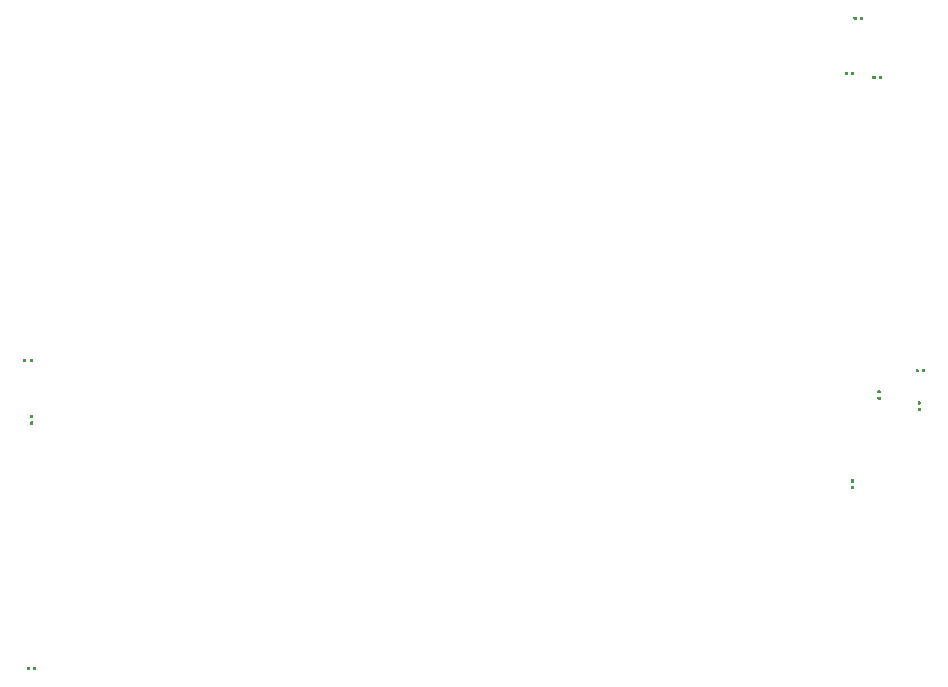
<source format=gbr>
G04 #@! TF.GenerationSoftware,KiCad,Pcbnew,5.1.0-060a0da~80~ubuntu18.04.1*
G04 #@! TF.CreationDate,2019-05-11T22:14:08+02:00*
G04 #@! TF.ProjectId,myo_shield_pcb,6d796f5f-7368-4696-956c-645f7063622e,rev?*
G04 #@! TF.SameCoordinates,Original*
G04 #@! TF.FileFunction,Paste,Bot*
G04 #@! TF.FilePolarity,Positive*
%FSLAX46Y46*%
G04 Gerber Fmt 4.6, Leading zero omitted, Abs format (unit mm)*
G04 Created by KiCad (PCBNEW 5.1.0-060a0da~80~ubuntu18.04.1) date 2019-05-11 22:14:08*
%MOMM*%
%LPD*%
G04 APERTURE LIST*
%ADD10C,0.100000*%
%ADD11C,0.270000*%
G04 APERTURE END LIST*
D10*
G36*
X190849116Y-77965325D02*
G01*
X190855669Y-77966297D01*
X190862094Y-77967907D01*
X190868331Y-77970138D01*
X190874319Y-77972970D01*
X190880001Y-77976376D01*
X190885322Y-77980322D01*
X190890230Y-77984770D01*
X190894678Y-77989678D01*
X190898624Y-77994999D01*
X190902030Y-78000681D01*
X190904862Y-78006669D01*
X190907093Y-78012906D01*
X190908703Y-78019331D01*
X190909675Y-78025884D01*
X190910000Y-78032500D01*
X190910000Y-78167500D01*
X190909675Y-78174116D01*
X190908703Y-78180669D01*
X190907093Y-78187094D01*
X190904862Y-78193331D01*
X190902030Y-78199319D01*
X190898624Y-78205001D01*
X190894678Y-78210322D01*
X190890230Y-78215230D01*
X190885322Y-78219678D01*
X190880001Y-78223624D01*
X190874319Y-78227030D01*
X190868331Y-78229862D01*
X190862094Y-78232093D01*
X190855669Y-78233703D01*
X190849116Y-78234675D01*
X190842500Y-78235000D01*
X190707500Y-78235000D01*
X190700884Y-78234675D01*
X190694331Y-78233703D01*
X190687906Y-78232093D01*
X190681669Y-78229862D01*
X190675681Y-78227030D01*
X190669999Y-78223624D01*
X190664678Y-78219678D01*
X190659770Y-78215230D01*
X190655322Y-78210322D01*
X190651376Y-78205001D01*
X190647970Y-78199319D01*
X190645138Y-78193331D01*
X190642907Y-78187094D01*
X190641297Y-78180669D01*
X190640325Y-78174116D01*
X190640000Y-78167500D01*
X190640000Y-78032500D01*
X190640325Y-78025884D01*
X190641297Y-78019331D01*
X190642907Y-78012906D01*
X190645138Y-78006669D01*
X190647970Y-78000681D01*
X190651376Y-77994999D01*
X190655322Y-77989678D01*
X190659770Y-77984770D01*
X190664678Y-77980322D01*
X190669999Y-77976376D01*
X190675681Y-77972970D01*
X190681669Y-77970138D01*
X190687906Y-77967907D01*
X190694331Y-77966297D01*
X190700884Y-77965325D01*
X190707500Y-77965000D01*
X190842500Y-77965000D01*
X190849116Y-77965325D01*
X190849116Y-77965325D01*
G37*
D11*
X190775000Y-78100000D03*
D10*
G36*
X190299116Y-77965325D02*
G01*
X190305669Y-77966297D01*
X190312094Y-77967907D01*
X190318331Y-77970138D01*
X190324319Y-77972970D01*
X190330001Y-77976376D01*
X190335322Y-77980322D01*
X190340230Y-77984770D01*
X190344678Y-77989678D01*
X190348624Y-77994999D01*
X190352030Y-78000681D01*
X190354862Y-78006669D01*
X190357093Y-78012906D01*
X190358703Y-78019331D01*
X190359675Y-78025884D01*
X190360000Y-78032500D01*
X190360000Y-78167500D01*
X190359675Y-78174116D01*
X190358703Y-78180669D01*
X190357093Y-78187094D01*
X190354862Y-78193331D01*
X190352030Y-78199319D01*
X190348624Y-78205001D01*
X190344678Y-78210322D01*
X190340230Y-78215230D01*
X190335322Y-78219678D01*
X190330001Y-78223624D01*
X190324319Y-78227030D01*
X190318331Y-78229862D01*
X190312094Y-78232093D01*
X190305669Y-78233703D01*
X190299116Y-78234675D01*
X190292500Y-78235000D01*
X190157500Y-78235000D01*
X190150884Y-78234675D01*
X190144331Y-78233703D01*
X190137906Y-78232093D01*
X190131669Y-78229862D01*
X190125681Y-78227030D01*
X190119999Y-78223624D01*
X190114678Y-78219678D01*
X190109770Y-78215230D01*
X190105322Y-78210322D01*
X190101376Y-78205001D01*
X190097970Y-78199319D01*
X190095138Y-78193331D01*
X190092907Y-78187094D01*
X190091297Y-78180669D01*
X190090325Y-78174116D01*
X190090000Y-78167500D01*
X190090000Y-78032500D01*
X190090325Y-78025884D01*
X190091297Y-78019331D01*
X190092907Y-78012906D01*
X190095138Y-78006669D01*
X190097970Y-78000681D01*
X190101376Y-77994999D01*
X190105322Y-77989678D01*
X190109770Y-77984770D01*
X190114678Y-77980322D01*
X190119999Y-77976376D01*
X190125681Y-77972970D01*
X190131669Y-77970138D01*
X190137906Y-77967907D01*
X190144331Y-77966297D01*
X190150884Y-77965325D01*
X190157500Y-77965000D01*
X190292500Y-77965000D01*
X190299116Y-77965325D01*
X190299116Y-77965325D01*
G37*
D11*
X190225000Y-78100000D03*
D10*
G36*
X191899316Y-82974125D02*
G01*
X191905869Y-82975097D01*
X191912294Y-82976707D01*
X191918531Y-82978938D01*
X191924519Y-82981770D01*
X191930201Y-82985176D01*
X191935522Y-82989122D01*
X191940430Y-82993570D01*
X191944878Y-82998478D01*
X191948824Y-83003799D01*
X191952230Y-83009481D01*
X191955062Y-83015469D01*
X191957293Y-83021706D01*
X191958903Y-83028131D01*
X191959875Y-83034684D01*
X191960200Y-83041300D01*
X191960200Y-83176300D01*
X191959875Y-83182916D01*
X191958903Y-83189469D01*
X191957293Y-83195894D01*
X191955062Y-83202131D01*
X191952230Y-83208119D01*
X191948824Y-83213801D01*
X191944878Y-83219122D01*
X191940430Y-83224030D01*
X191935522Y-83228478D01*
X191930201Y-83232424D01*
X191924519Y-83235830D01*
X191918531Y-83238662D01*
X191912294Y-83240893D01*
X191905869Y-83242503D01*
X191899316Y-83243475D01*
X191892700Y-83243800D01*
X191757700Y-83243800D01*
X191751084Y-83243475D01*
X191744531Y-83242503D01*
X191738106Y-83240893D01*
X191731869Y-83238662D01*
X191725881Y-83235830D01*
X191720199Y-83232424D01*
X191714878Y-83228478D01*
X191709970Y-83224030D01*
X191705522Y-83219122D01*
X191701576Y-83213801D01*
X191698170Y-83208119D01*
X191695338Y-83202131D01*
X191693107Y-83195894D01*
X191691497Y-83189469D01*
X191690525Y-83182916D01*
X191690200Y-83176300D01*
X191690200Y-83041300D01*
X191690525Y-83034684D01*
X191691497Y-83028131D01*
X191693107Y-83021706D01*
X191695338Y-83015469D01*
X191698170Y-83009481D01*
X191701576Y-83003799D01*
X191705522Y-82998478D01*
X191709970Y-82993570D01*
X191714878Y-82989122D01*
X191720199Y-82985176D01*
X191725881Y-82981770D01*
X191731869Y-82978938D01*
X191738106Y-82976707D01*
X191744531Y-82975097D01*
X191751084Y-82974125D01*
X191757700Y-82973800D01*
X191892700Y-82973800D01*
X191899316Y-82974125D01*
X191899316Y-82974125D01*
G37*
D11*
X191825200Y-83108800D03*
D10*
G36*
X192449316Y-82974125D02*
G01*
X192455869Y-82975097D01*
X192462294Y-82976707D01*
X192468531Y-82978938D01*
X192474519Y-82981770D01*
X192480201Y-82985176D01*
X192485522Y-82989122D01*
X192490430Y-82993570D01*
X192494878Y-82998478D01*
X192498824Y-83003799D01*
X192502230Y-83009481D01*
X192505062Y-83015469D01*
X192507293Y-83021706D01*
X192508903Y-83028131D01*
X192509875Y-83034684D01*
X192510200Y-83041300D01*
X192510200Y-83176300D01*
X192509875Y-83182916D01*
X192508903Y-83189469D01*
X192507293Y-83195894D01*
X192505062Y-83202131D01*
X192502230Y-83208119D01*
X192498824Y-83213801D01*
X192494878Y-83219122D01*
X192490430Y-83224030D01*
X192485522Y-83228478D01*
X192480201Y-83232424D01*
X192474519Y-83235830D01*
X192468531Y-83238662D01*
X192462294Y-83240893D01*
X192455869Y-83242503D01*
X192449316Y-83243475D01*
X192442700Y-83243800D01*
X192307700Y-83243800D01*
X192301084Y-83243475D01*
X192294531Y-83242503D01*
X192288106Y-83240893D01*
X192281869Y-83238662D01*
X192275881Y-83235830D01*
X192270199Y-83232424D01*
X192264878Y-83228478D01*
X192259970Y-83224030D01*
X192255522Y-83219122D01*
X192251576Y-83213801D01*
X192248170Y-83208119D01*
X192245338Y-83202131D01*
X192243107Y-83195894D01*
X192241497Y-83189469D01*
X192240525Y-83182916D01*
X192240200Y-83176300D01*
X192240200Y-83041300D01*
X192240525Y-83034684D01*
X192241497Y-83028131D01*
X192243107Y-83021706D01*
X192245338Y-83015469D01*
X192248170Y-83009481D01*
X192251576Y-83003799D01*
X192255522Y-82998478D01*
X192259970Y-82993570D01*
X192264878Y-82989122D01*
X192270199Y-82985176D01*
X192275881Y-82981770D01*
X192281869Y-82978938D01*
X192288106Y-82976707D01*
X192294531Y-82975097D01*
X192301084Y-82974125D01*
X192307700Y-82973800D01*
X192442700Y-82973800D01*
X192449316Y-82974125D01*
X192449316Y-82974125D01*
G37*
D11*
X192375200Y-83108800D03*
D10*
G36*
X190099116Y-82665325D02*
G01*
X190105669Y-82666297D01*
X190112094Y-82667907D01*
X190118331Y-82670138D01*
X190124319Y-82672970D01*
X190130001Y-82676376D01*
X190135322Y-82680322D01*
X190140230Y-82684770D01*
X190144678Y-82689678D01*
X190148624Y-82694999D01*
X190152030Y-82700681D01*
X190154862Y-82706669D01*
X190157093Y-82712906D01*
X190158703Y-82719331D01*
X190159675Y-82725884D01*
X190160000Y-82732500D01*
X190160000Y-82867500D01*
X190159675Y-82874116D01*
X190158703Y-82880669D01*
X190157093Y-82887094D01*
X190154862Y-82893331D01*
X190152030Y-82899319D01*
X190148624Y-82905001D01*
X190144678Y-82910322D01*
X190140230Y-82915230D01*
X190135322Y-82919678D01*
X190130001Y-82923624D01*
X190124319Y-82927030D01*
X190118331Y-82929862D01*
X190112094Y-82932093D01*
X190105669Y-82933703D01*
X190099116Y-82934675D01*
X190092500Y-82935000D01*
X189957500Y-82935000D01*
X189950884Y-82934675D01*
X189944331Y-82933703D01*
X189937906Y-82932093D01*
X189931669Y-82929862D01*
X189925681Y-82927030D01*
X189919999Y-82923624D01*
X189914678Y-82919678D01*
X189909770Y-82915230D01*
X189905322Y-82910322D01*
X189901376Y-82905001D01*
X189897970Y-82899319D01*
X189895138Y-82893331D01*
X189892907Y-82887094D01*
X189891297Y-82880669D01*
X189890325Y-82874116D01*
X189890000Y-82867500D01*
X189890000Y-82732500D01*
X189890325Y-82725884D01*
X189891297Y-82719331D01*
X189892907Y-82712906D01*
X189895138Y-82706669D01*
X189897970Y-82700681D01*
X189901376Y-82694999D01*
X189905322Y-82689678D01*
X189909770Y-82684770D01*
X189914678Y-82680322D01*
X189919999Y-82676376D01*
X189925681Y-82672970D01*
X189931669Y-82670138D01*
X189937906Y-82667907D01*
X189944331Y-82666297D01*
X189950884Y-82665325D01*
X189957500Y-82665000D01*
X190092500Y-82665000D01*
X190099116Y-82665325D01*
X190099116Y-82665325D01*
G37*
D11*
X190025000Y-82800000D03*
D10*
G36*
X189549116Y-82665325D02*
G01*
X189555669Y-82666297D01*
X189562094Y-82667907D01*
X189568331Y-82670138D01*
X189574319Y-82672970D01*
X189580001Y-82676376D01*
X189585322Y-82680322D01*
X189590230Y-82684770D01*
X189594678Y-82689678D01*
X189598624Y-82694999D01*
X189602030Y-82700681D01*
X189604862Y-82706669D01*
X189607093Y-82712906D01*
X189608703Y-82719331D01*
X189609675Y-82725884D01*
X189610000Y-82732500D01*
X189610000Y-82867500D01*
X189609675Y-82874116D01*
X189608703Y-82880669D01*
X189607093Y-82887094D01*
X189604862Y-82893331D01*
X189602030Y-82899319D01*
X189598624Y-82905001D01*
X189594678Y-82910322D01*
X189590230Y-82915230D01*
X189585322Y-82919678D01*
X189580001Y-82923624D01*
X189574319Y-82927030D01*
X189568331Y-82929862D01*
X189562094Y-82932093D01*
X189555669Y-82933703D01*
X189549116Y-82934675D01*
X189542500Y-82935000D01*
X189407500Y-82935000D01*
X189400884Y-82934675D01*
X189394331Y-82933703D01*
X189387906Y-82932093D01*
X189381669Y-82929862D01*
X189375681Y-82927030D01*
X189369999Y-82923624D01*
X189364678Y-82919678D01*
X189359770Y-82915230D01*
X189355322Y-82910322D01*
X189351376Y-82905001D01*
X189347970Y-82899319D01*
X189345138Y-82893331D01*
X189342907Y-82887094D01*
X189341297Y-82880669D01*
X189340325Y-82874116D01*
X189340000Y-82867500D01*
X189340000Y-82732500D01*
X189340325Y-82725884D01*
X189341297Y-82719331D01*
X189342907Y-82712906D01*
X189345138Y-82706669D01*
X189347970Y-82700681D01*
X189351376Y-82694999D01*
X189355322Y-82689678D01*
X189359770Y-82684770D01*
X189364678Y-82680322D01*
X189369999Y-82676376D01*
X189375681Y-82672970D01*
X189381669Y-82670138D01*
X189387906Y-82667907D01*
X189394331Y-82666297D01*
X189400884Y-82665325D01*
X189407500Y-82665000D01*
X189542500Y-82665000D01*
X189549116Y-82665325D01*
X189549116Y-82665325D01*
G37*
D11*
X189475000Y-82800000D03*
D10*
G36*
X192324116Y-109590325D02*
G01*
X192330669Y-109591297D01*
X192337094Y-109592907D01*
X192343331Y-109595138D01*
X192349319Y-109597970D01*
X192355001Y-109601376D01*
X192360322Y-109605322D01*
X192365230Y-109609770D01*
X192369678Y-109614678D01*
X192373624Y-109619999D01*
X192377030Y-109625681D01*
X192379862Y-109631669D01*
X192382093Y-109637906D01*
X192383703Y-109644331D01*
X192384675Y-109650884D01*
X192385000Y-109657500D01*
X192385000Y-109792500D01*
X192384675Y-109799116D01*
X192383703Y-109805669D01*
X192382093Y-109812094D01*
X192379862Y-109818331D01*
X192377030Y-109824319D01*
X192373624Y-109830001D01*
X192369678Y-109835322D01*
X192365230Y-109840230D01*
X192360322Y-109844678D01*
X192355001Y-109848624D01*
X192349319Y-109852030D01*
X192343331Y-109854862D01*
X192337094Y-109857093D01*
X192330669Y-109858703D01*
X192324116Y-109859675D01*
X192317500Y-109860000D01*
X192182500Y-109860000D01*
X192175884Y-109859675D01*
X192169331Y-109858703D01*
X192162906Y-109857093D01*
X192156669Y-109854862D01*
X192150681Y-109852030D01*
X192144999Y-109848624D01*
X192139678Y-109844678D01*
X192134770Y-109840230D01*
X192130322Y-109835322D01*
X192126376Y-109830001D01*
X192122970Y-109824319D01*
X192120138Y-109818331D01*
X192117907Y-109812094D01*
X192116297Y-109805669D01*
X192115325Y-109799116D01*
X192115000Y-109792500D01*
X192115000Y-109657500D01*
X192115325Y-109650884D01*
X192116297Y-109644331D01*
X192117907Y-109637906D01*
X192120138Y-109631669D01*
X192122970Y-109625681D01*
X192126376Y-109619999D01*
X192130322Y-109614678D01*
X192134770Y-109609770D01*
X192139678Y-109605322D01*
X192144999Y-109601376D01*
X192150681Y-109597970D01*
X192156669Y-109595138D01*
X192162906Y-109592907D01*
X192169331Y-109591297D01*
X192175884Y-109590325D01*
X192182500Y-109590000D01*
X192317500Y-109590000D01*
X192324116Y-109590325D01*
X192324116Y-109590325D01*
G37*
D11*
X192250000Y-109725000D03*
D10*
G36*
X192324116Y-110140325D02*
G01*
X192330669Y-110141297D01*
X192337094Y-110142907D01*
X192343331Y-110145138D01*
X192349319Y-110147970D01*
X192355001Y-110151376D01*
X192360322Y-110155322D01*
X192365230Y-110159770D01*
X192369678Y-110164678D01*
X192373624Y-110169999D01*
X192377030Y-110175681D01*
X192379862Y-110181669D01*
X192382093Y-110187906D01*
X192383703Y-110194331D01*
X192384675Y-110200884D01*
X192385000Y-110207500D01*
X192385000Y-110342500D01*
X192384675Y-110349116D01*
X192383703Y-110355669D01*
X192382093Y-110362094D01*
X192379862Y-110368331D01*
X192377030Y-110374319D01*
X192373624Y-110380001D01*
X192369678Y-110385322D01*
X192365230Y-110390230D01*
X192360322Y-110394678D01*
X192355001Y-110398624D01*
X192349319Y-110402030D01*
X192343331Y-110404862D01*
X192337094Y-110407093D01*
X192330669Y-110408703D01*
X192324116Y-110409675D01*
X192317500Y-110410000D01*
X192182500Y-110410000D01*
X192175884Y-110409675D01*
X192169331Y-110408703D01*
X192162906Y-110407093D01*
X192156669Y-110404862D01*
X192150681Y-110402030D01*
X192144999Y-110398624D01*
X192139678Y-110394678D01*
X192134770Y-110390230D01*
X192130322Y-110385322D01*
X192126376Y-110380001D01*
X192122970Y-110374319D01*
X192120138Y-110368331D01*
X192117907Y-110362094D01*
X192116297Y-110355669D01*
X192115325Y-110349116D01*
X192115000Y-110342500D01*
X192115000Y-110207500D01*
X192115325Y-110200884D01*
X192116297Y-110194331D01*
X192117907Y-110187906D01*
X192120138Y-110181669D01*
X192122970Y-110175681D01*
X192126376Y-110169999D01*
X192130322Y-110164678D01*
X192134770Y-110159770D01*
X192139678Y-110155322D01*
X192144999Y-110151376D01*
X192150681Y-110147970D01*
X192156669Y-110145138D01*
X192162906Y-110142907D01*
X192169331Y-110141297D01*
X192175884Y-110140325D01*
X192182500Y-110140000D01*
X192317500Y-110140000D01*
X192324116Y-110140325D01*
X192324116Y-110140325D01*
G37*
D11*
X192250000Y-110275000D03*
D10*
G36*
X195724116Y-111090325D02*
G01*
X195730669Y-111091297D01*
X195737094Y-111092907D01*
X195743331Y-111095138D01*
X195749319Y-111097970D01*
X195755001Y-111101376D01*
X195760322Y-111105322D01*
X195765230Y-111109770D01*
X195769678Y-111114678D01*
X195773624Y-111119999D01*
X195777030Y-111125681D01*
X195779862Y-111131669D01*
X195782093Y-111137906D01*
X195783703Y-111144331D01*
X195784675Y-111150884D01*
X195785000Y-111157500D01*
X195785000Y-111292500D01*
X195784675Y-111299116D01*
X195783703Y-111305669D01*
X195782093Y-111312094D01*
X195779862Y-111318331D01*
X195777030Y-111324319D01*
X195773624Y-111330001D01*
X195769678Y-111335322D01*
X195765230Y-111340230D01*
X195760322Y-111344678D01*
X195755001Y-111348624D01*
X195749319Y-111352030D01*
X195743331Y-111354862D01*
X195737094Y-111357093D01*
X195730669Y-111358703D01*
X195724116Y-111359675D01*
X195717500Y-111360000D01*
X195582500Y-111360000D01*
X195575884Y-111359675D01*
X195569331Y-111358703D01*
X195562906Y-111357093D01*
X195556669Y-111354862D01*
X195550681Y-111352030D01*
X195544999Y-111348624D01*
X195539678Y-111344678D01*
X195534770Y-111340230D01*
X195530322Y-111335322D01*
X195526376Y-111330001D01*
X195522970Y-111324319D01*
X195520138Y-111318331D01*
X195517907Y-111312094D01*
X195516297Y-111305669D01*
X195515325Y-111299116D01*
X195515000Y-111292500D01*
X195515000Y-111157500D01*
X195515325Y-111150884D01*
X195516297Y-111144331D01*
X195517907Y-111137906D01*
X195520138Y-111131669D01*
X195522970Y-111125681D01*
X195526376Y-111119999D01*
X195530322Y-111114678D01*
X195534770Y-111109770D01*
X195539678Y-111105322D01*
X195544999Y-111101376D01*
X195550681Y-111097970D01*
X195556669Y-111095138D01*
X195562906Y-111092907D01*
X195569331Y-111091297D01*
X195575884Y-111090325D01*
X195582500Y-111090000D01*
X195717500Y-111090000D01*
X195724116Y-111090325D01*
X195724116Y-111090325D01*
G37*
D11*
X195650000Y-111225000D03*
D10*
G36*
X195724116Y-110540325D02*
G01*
X195730669Y-110541297D01*
X195737094Y-110542907D01*
X195743331Y-110545138D01*
X195749319Y-110547970D01*
X195755001Y-110551376D01*
X195760322Y-110555322D01*
X195765230Y-110559770D01*
X195769678Y-110564678D01*
X195773624Y-110569999D01*
X195777030Y-110575681D01*
X195779862Y-110581669D01*
X195782093Y-110587906D01*
X195783703Y-110594331D01*
X195784675Y-110600884D01*
X195785000Y-110607500D01*
X195785000Y-110742500D01*
X195784675Y-110749116D01*
X195783703Y-110755669D01*
X195782093Y-110762094D01*
X195779862Y-110768331D01*
X195777030Y-110774319D01*
X195773624Y-110780001D01*
X195769678Y-110785322D01*
X195765230Y-110790230D01*
X195760322Y-110794678D01*
X195755001Y-110798624D01*
X195749319Y-110802030D01*
X195743331Y-110804862D01*
X195737094Y-110807093D01*
X195730669Y-110808703D01*
X195724116Y-110809675D01*
X195717500Y-110810000D01*
X195582500Y-110810000D01*
X195575884Y-110809675D01*
X195569331Y-110808703D01*
X195562906Y-110807093D01*
X195556669Y-110804862D01*
X195550681Y-110802030D01*
X195544999Y-110798624D01*
X195539678Y-110794678D01*
X195534770Y-110790230D01*
X195530322Y-110785322D01*
X195526376Y-110780001D01*
X195522970Y-110774319D01*
X195520138Y-110768331D01*
X195517907Y-110762094D01*
X195516297Y-110755669D01*
X195515325Y-110749116D01*
X195515000Y-110742500D01*
X195515000Y-110607500D01*
X195515325Y-110600884D01*
X195516297Y-110594331D01*
X195517907Y-110587906D01*
X195520138Y-110581669D01*
X195522970Y-110575681D01*
X195526376Y-110569999D01*
X195530322Y-110564678D01*
X195534770Y-110559770D01*
X195539678Y-110555322D01*
X195544999Y-110551376D01*
X195550681Y-110547970D01*
X195556669Y-110545138D01*
X195562906Y-110542907D01*
X195569331Y-110541297D01*
X195575884Y-110540325D01*
X195582500Y-110540000D01*
X195717500Y-110540000D01*
X195724116Y-110540325D01*
X195724116Y-110540325D01*
G37*
D11*
X195650000Y-110675000D03*
D10*
G36*
X195549116Y-107815325D02*
G01*
X195555669Y-107816297D01*
X195562094Y-107817907D01*
X195568331Y-107820138D01*
X195574319Y-107822970D01*
X195580001Y-107826376D01*
X195585322Y-107830322D01*
X195590230Y-107834770D01*
X195594678Y-107839678D01*
X195598624Y-107844999D01*
X195602030Y-107850681D01*
X195604862Y-107856669D01*
X195607093Y-107862906D01*
X195608703Y-107869331D01*
X195609675Y-107875884D01*
X195610000Y-107882500D01*
X195610000Y-108017500D01*
X195609675Y-108024116D01*
X195608703Y-108030669D01*
X195607093Y-108037094D01*
X195604862Y-108043331D01*
X195602030Y-108049319D01*
X195598624Y-108055001D01*
X195594678Y-108060322D01*
X195590230Y-108065230D01*
X195585322Y-108069678D01*
X195580001Y-108073624D01*
X195574319Y-108077030D01*
X195568331Y-108079862D01*
X195562094Y-108082093D01*
X195555669Y-108083703D01*
X195549116Y-108084675D01*
X195542500Y-108085000D01*
X195407500Y-108085000D01*
X195400884Y-108084675D01*
X195394331Y-108083703D01*
X195387906Y-108082093D01*
X195381669Y-108079862D01*
X195375681Y-108077030D01*
X195369999Y-108073624D01*
X195364678Y-108069678D01*
X195359770Y-108065230D01*
X195355322Y-108060322D01*
X195351376Y-108055001D01*
X195347970Y-108049319D01*
X195345138Y-108043331D01*
X195342907Y-108037094D01*
X195341297Y-108030669D01*
X195340325Y-108024116D01*
X195340000Y-108017500D01*
X195340000Y-107882500D01*
X195340325Y-107875884D01*
X195341297Y-107869331D01*
X195342907Y-107862906D01*
X195345138Y-107856669D01*
X195347970Y-107850681D01*
X195351376Y-107844999D01*
X195355322Y-107839678D01*
X195359770Y-107834770D01*
X195364678Y-107830322D01*
X195369999Y-107826376D01*
X195375681Y-107822970D01*
X195381669Y-107820138D01*
X195387906Y-107817907D01*
X195394331Y-107816297D01*
X195400884Y-107815325D01*
X195407500Y-107815000D01*
X195542500Y-107815000D01*
X195549116Y-107815325D01*
X195549116Y-107815325D01*
G37*
D11*
X195475000Y-107950000D03*
D10*
G36*
X196099116Y-107815325D02*
G01*
X196105669Y-107816297D01*
X196112094Y-107817907D01*
X196118331Y-107820138D01*
X196124319Y-107822970D01*
X196130001Y-107826376D01*
X196135322Y-107830322D01*
X196140230Y-107834770D01*
X196144678Y-107839678D01*
X196148624Y-107844999D01*
X196152030Y-107850681D01*
X196154862Y-107856669D01*
X196157093Y-107862906D01*
X196158703Y-107869331D01*
X196159675Y-107875884D01*
X196160000Y-107882500D01*
X196160000Y-108017500D01*
X196159675Y-108024116D01*
X196158703Y-108030669D01*
X196157093Y-108037094D01*
X196154862Y-108043331D01*
X196152030Y-108049319D01*
X196148624Y-108055001D01*
X196144678Y-108060322D01*
X196140230Y-108065230D01*
X196135322Y-108069678D01*
X196130001Y-108073624D01*
X196124319Y-108077030D01*
X196118331Y-108079862D01*
X196112094Y-108082093D01*
X196105669Y-108083703D01*
X196099116Y-108084675D01*
X196092500Y-108085000D01*
X195957500Y-108085000D01*
X195950884Y-108084675D01*
X195944331Y-108083703D01*
X195937906Y-108082093D01*
X195931669Y-108079862D01*
X195925681Y-108077030D01*
X195919999Y-108073624D01*
X195914678Y-108069678D01*
X195909770Y-108065230D01*
X195905322Y-108060322D01*
X195901376Y-108055001D01*
X195897970Y-108049319D01*
X195895138Y-108043331D01*
X195892907Y-108037094D01*
X195891297Y-108030669D01*
X195890325Y-108024116D01*
X195890000Y-108017500D01*
X195890000Y-107882500D01*
X195890325Y-107875884D01*
X195891297Y-107869331D01*
X195892907Y-107862906D01*
X195895138Y-107856669D01*
X195897970Y-107850681D01*
X195901376Y-107844999D01*
X195905322Y-107839678D01*
X195909770Y-107834770D01*
X195914678Y-107830322D01*
X195919999Y-107826376D01*
X195925681Y-107822970D01*
X195931669Y-107820138D01*
X195937906Y-107817907D01*
X195944331Y-107816297D01*
X195950884Y-107815325D01*
X195957500Y-107815000D01*
X196092500Y-107815000D01*
X196099116Y-107815325D01*
X196099116Y-107815325D01*
G37*
D11*
X196025000Y-107950000D03*
D10*
G36*
X190074116Y-117140325D02*
G01*
X190080669Y-117141297D01*
X190087094Y-117142907D01*
X190093331Y-117145138D01*
X190099319Y-117147970D01*
X190105001Y-117151376D01*
X190110322Y-117155322D01*
X190115230Y-117159770D01*
X190119678Y-117164678D01*
X190123624Y-117169999D01*
X190127030Y-117175681D01*
X190129862Y-117181669D01*
X190132093Y-117187906D01*
X190133703Y-117194331D01*
X190134675Y-117200884D01*
X190135000Y-117207500D01*
X190135000Y-117342500D01*
X190134675Y-117349116D01*
X190133703Y-117355669D01*
X190132093Y-117362094D01*
X190129862Y-117368331D01*
X190127030Y-117374319D01*
X190123624Y-117380001D01*
X190119678Y-117385322D01*
X190115230Y-117390230D01*
X190110322Y-117394678D01*
X190105001Y-117398624D01*
X190099319Y-117402030D01*
X190093331Y-117404862D01*
X190087094Y-117407093D01*
X190080669Y-117408703D01*
X190074116Y-117409675D01*
X190067500Y-117410000D01*
X189932500Y-117410000D01*
X189925884Y-117409675D01*
X189919331Y-117408703D01*
X189912906Y-117407093D01*
X189906669Y-117404862D01*
X189900681Y-117402030D01*
X189894999Y-117398624D01*
X189889678Y-117394678D01*
X189884770Y-117390230D01*
X189880322Y-117385322D01*
X189876376Y-117380001D01*
X189872970Y-117374319D01*
X189870138Y-117368331D01*
X189867907Y-117362094D01*
X189866297Y-117355669D01*
X189865325Y-117349116D01*
X189865000Y-117342500D01*
X189865000Y-117207500D01*
X189865325Y-117200884D01*
X189866297Y-117194331D01*
X189867907Y-117187906D01*
X189870138Y-117181669D01*
X189872970Y-117175681D01*
X189876376Y-117169999D01*
X189880322Y-117164678D01*
X189884770Y-117159770D01*
X189889678Y-117155322D01*
X189894999Y-117151376D01*
X189900681Y-117147970D01*
X189906669Y-117145138D01*
X189912906Y-117142907D01*
X189919331Y-117141297D01*
X189925884Y-117140325D01*
X189932500Y-117140000D01*
X190067500Y-117140000D01*
X190074116Y-117140325D01*
X190074116Y-117140325D01*
G37*
D11*
X190000000Y-117275000D03*
D10*
G36*
X190074116Y-117690325D02*
G01*
X190080669Y-117691297D01*
X190087094Y-117692907D01*
X190093331Y-117695138D01*
X190099319Y-117697970D01*
X190105001Y-117701376D01*
X190110322Y-117705322D01*
X190115230Y-117709770D01*
X190119678Y-117714678D01*
X190123624Y-117719999D01*
X190127030Y-117725681D01*
X190129862Y-117731669D01*
X190132093Y-117737906D01*
X190133703Y-117744331D01*
X190134675Y-117750884D01*
X190135000Y-117757500D01*
X190135000Y-117892500D01*
X190134675Y-117899116D01*
X190133703Y-117905669D01*
X190132093Y-117912094D01*
X190129862Y-117918331D01*
X190127030Y-117924319D01*
X190123624Y-117930001D01*
X190119678Y-117935322D01*
X190115230Y-117940230D01*
X190110322Y-117944678D01*
X190105001Y-117948624D01*
X190099319Y-117952030D01*
X190093331Y-117954862D01*
X190087094Y-117957093D01*
X190080669Y-117958703D01*
X190074116Y-117959675D01*
X190067500Y-117960000D01*
X189932500Y-117960000D01*
X189925884Y-117959675D01*
X189919331Y-117958703D01*
X189912906Y-117957093D01*
X189906669Y-117954862D01*
X189900681Y-117952030D01*
X189894999Y-117948624D01*
X189889678Y-117944678D01*
X189884770Y-117940230D01*
X189880322Y-117935322D01*
X189876376Y-117930001D01*
X189872970Y-117924319D01*
X189870138Y-117918331D01*
X189867907Y-117912094D01*
X189866297Y-117905669D01*
X189865325Y-117899116D01*
X189865000Y-117892500D01*
X189865000Y-117757500D01*
X189865325Y-117750884D01*
X189866297Y-117744331D01*
X189867907Y-117737906D01*
X189870138Y-117731669D01*
X189872970Y-117725681D01*
X189876376Y-117719999D01*
X189880322Y-117714678D01*
X189884770Y-117709770D01*
X189889678Y-117705322D01*
X189894999Y-117701376D01*
X189900681Y-117697970D01*
X189906669Y-117695138D01*
X189912906Y-117692907D01*
X189919331Y-117691297D01*
X189925884Y-117690325D01*
X189932500Y-117690000D01*
X190067500Y-117690000D01*
X190074116Y-117690325D01*
X190074116Y-117690325D01*
G37*
D11*
X190000000Y-117825000D03*
D10*
G36*
X120849116Y-133015325D02*
G01*
X120855669Y-133016297D01*
X120862094Y-133017907D01*
X120868331Y-133020138D01*
X120874319Y-133022970D01*
X120880001Y-133026376D01*
X120885322Y-133030322D01*
X120890230Y-133034770D01*
X120894678Y-133039678D01*
X120898624Y-133044999D01*
X120902030Y-133050681D01*
X120904862Y-133056669D01*
X120907093Y-133062906D01*
X120908703Y-133069331D01*
X120909675Y-133075884D01*
X120910000Y-133082500D01*
X120910000Y-133217500D01*
X120909675Y-133224116D01*
X120908703Y-133230669D01*
X120907093Y-133237094D01*
X120904862Y-133243331D01*
X120902030Y-133249319D01*
X120898624Y-133255001D01*
X120894678Y-133260322D01*
X120890230Y-133265230D01*
X120885322Y-133269678D01*
X120880001Y-133273624D01*
X120874319Y-133277030D01*
X120868331Y-133279862D01*
X120862094Y-133282093D01*
X120855669Y-133283703D01*
X120849116Y-133284675D01*
X120842500Y-133285000D01*
X120707500Y-133285000D01*
X120700884Y-133284675D01*
X120694331Y-133283703D01*
X120687906Y-133282093D01*
X120681669Y-133279862D01*
X120675681Y-133277030D01*
X120669999Y-133273624D01*
X120664678Y-133269678D01*
X120659770Y-133265230D01*
X120655322Y-133260322D01*
X120651376Y-133255001D01*
X120647970Y-133249319D01*
X120645138Y-133243331D01*
X120642907Y-133237094D01*
X120641297Y-133230669D01*
X120640325Y-133224116D01*
X120640000Y-133217500D01*
X120640000Y-133082500D01*
X120640325Y-133075884D01*
X120641297Y-133069331D01*
X120642907Y-133062906D01*
X120645138Y-133056669D01*
X120647970Y-133050681D01*
X120651376Y-133044999D01*
X120655322Y-133039678D01*
X120659770Y-133034770D01*
X120664678Y-133030322D01*
X120669999Y-133026376D01*
X120675681Y-133022970D01*
X120681669Y-133020138D01*
X120687906Y-133017907D01*
X120694331Y-133016297D01*
X120700884Y-133015325D01*
X120707500Y-133015000D01*
X120842500Y-133015000D01*
X120849116Y-133015325D01*
X120849116Y-133015325D01*
G37*
D11*
X120775000Y-133150000D03*
D10*
G36*
X120299116Y-133015325D02*
G01*
X120305669Y-133016297D01*
X120312094Y-133017907D01*
X120318331Y-133020138D01*
X120324319Y-133022970D01*
X120330001Y-133026376D01*
X120335322Y-133030322D01*
X120340230Y-133034770D01*
X120344678Y-133039678D01*
X120348624Y-133044999D01*
X120352030Y-133050681D01*
X120354862Y-133056669D01*
X120357093Y-133062906D01*
X120358703Y-133069331D01*
X120359675Y-133075884D01*
X120360000Y-133082500D01*
X120360000Y-133217500D01*
X120359675Y-133224116D01*
X120358703Y-133230669D01*
X120357093Y-133237094D01*
X120354862Y-133243331D01*
X120352030Y-133249319D01*
X120348624Y-133255001D01*
X120344678Y-133260322D01*
X120340230Y-133265230D01*
X120335322Y-133269678D01*
X120330001Y-133273624D01*
X120324319Y-133277030D01*
X120318331Y-133279862D01*
X120312094Y-133282093D01*
X120305669Y-133283703D01*
X120299116Y-133284675D01*
X120292500Y-133285000D01*
X120157500Y-133285000D01*
X120150884Y-133284675D01*
X120144331Y-133283703D01*
X120137906Y-133282093D01*
X120131669Y-133279862D01*
X120125681Y-133277030D01*
X120119999Y-133273624D01*
X120114678Y-133269678D01*
X120109770Y-133265230D01*
X120105322Y-133260322D01*
X120101376Y-133255001D01*
X120097970Y-133249319D01*
X120095138Y-133243331D01*
X120092907Y-133237094D01*
X120091297Y-133230669D01*
X120090325Y-133224116D01*
X120090000Y-133217500D01*
X120090000Y-133082500D01*
X120090325Y-133075884D01*
X120091297Y-133069331D01*
X120092907Y-133062906D01*
X120095138Y-133056669D01*
X120097970Y-133050681D01*
X120101376Y-133044999D01*
X120105322Y-133039678D01*
X120109770Y-133034770D01*
X120114678Y-133030322D01*
X120119999Y-133026376D01*
X120125681Y-133022970D01*
X120131669Y-133020138D01*
X120137906Y-133017907D01*
X120144331Y-133016297D01*
X120150884Y-133015325D01*
X120157500Y-133015000D01*
X120292500Y-133015000D01*
X120299116Y-133015325D01*
X120299116Y-133015325D01*
G37*
D11*
X120225000Y-133150000D03*
D10*
G36*
X120574116Y-112240325D02*
G01*
X120580669Y-112241297D01*
X120587094Y-112242907D01*
X120593331Y-112245138D01*
X120599319Y-112247970D01*
X120605001Y-112251376D01*
X120610322Y-112255322D01*
X120615230Y-112259770D01*
X120619678Y-112264678D01*
X120623624Y-112269999D01*
X120627030Y-112275681D01*
X120629862Y-112281669D01*
X120632093Y-112287906D01*
X120633703Y-112294331D01*
X120634675Y-112300884D01*
X120635000Y-112307500D01*
X120635000Y-112442500D01*
X120634675Y-112449116D01*
X120633703Y-112455669D01*
X120632093Y-112462094D01*
X120629862Y-112468331D01*
X120627030Y-112474319D01*
X120623624Y-112480001D01*
X120619678Y-112485322D01*
X120615230Y-112490230D01*
X120610322Y-112494678D01*
X120605001Y-112498624D01*
X120599319Y-112502030D01*
X120593331Y-112504862D01*
X120587094Y-112507093D01*
X120580669Y-112508703D01*
X120574116Y-112509675D01*
X120567500Y-112510000D01*
X120432500Y-112510000D01*
X120425884Y-112509675D01*
X120419331Y-112508703D01*
X120412906Y-112507093D01*
X120406669Y-112504862D01*
X120400681Y-112502030D01*
X120394999Y-112498624D01*
X120389678Y-112494678D01*
X120384770Y-112490230D01*
X120380322Y-112485322D01*
X120376376Y-112480001D01*
X120372970Y-112474319D01*
X120370138Y-112468331D01*
X120367907Y-112462094D01*
X120366297Y-112455669D01*
X120365325Y-112449116D01*
X120365000Y-112442500D01*
X120365000Y-112307500D01*
X120365325Y-112300884D01*
X120366297Y-112294331D01*
X120367907Y-112287906D01*
X120370138Y-112281669D01*
X120372970Y-112275681D01*
X120376376Y-112269999D01*
X120380322Y-112264678D01*
X120384770Y-112259770D01*
X120389678Y-112255322D01*
X120394999Y-112251376D01*
X120400681Y-112247970D01*
X120406669Y-112245138D01*
X120412906Y-112242907D01*
X120419331Y-112241297D01*
X120425884Y-112240325D01*
X120432500Y-112240000D01*
X120567500Y-112240000D01*
X120574116Y-112240325D01*
X120574116Y-112240325D01*
G37*
D11*
X120500000Y-112375000D03*
D10*
G36*
X120574116Y-111690325D02*
G01*
X120580669Y-111691297D01*
X120587094Y-111692907D01*
X120593331Y-111695138D01*
X120599319Y-111697970D01*
X120605001Y-111701376D01*
X120610322Y-111705322D01*
X120615230Y-111709770D01*
X120619678Y-111714678D01*
X120623624Y-111719999D01*
X120627030Y-111725681D01*
X120629862Y-111731669D01*
X120632093Y-111737906D01*
X120633703Y-111744331D01*
X120634675Y-111750884D01*
X120635000Y-111757500D01*
X120635000Y-111892500D01*
X120634675Y-111899116D01*
X120633703Y-111905669D01*
X120632093Y-111912094D01*
X120629862Y-111918331D01*
X120627030Y-111924319D01*
X120623624Y-111930001D01*
X120619678Y-111935322D01*
X120615230Y-111940230D01*
X120610322Y-111944678D01*
X120605001Y-111948624D01*
X120599319Y-111952030D01*
X120593331Y-111954862D01*
X120587094Y-111957093D01*
X120580669Y-111958703D01*
X120574116Y-111959675D01*
X120567500Y-111960000D01*
X120432500Y-111960000D01*
X120425884Y-111959675D01*
X120419331Y-111958703D01*
X120412906Y-111957093D01*
X120406669Y-111954862D01*
X120400681Y-111952030D01*
X120394999Y-111948624D01*
X120389678Y-111944678D01*
X120384770Y-111940230D01*
X120380322Y-111935322D01*
X120376376Y-111930001D01*
X120372970Y-111924319D01*
X120370138Y-111918331D01*
X120367907Y-111912094D01*
X120366297Y-111905669D01*
X120365325Y-111899116D01*
X120365000Y-111892500D01*
X120365000Y-111757500D01*
X120365325Y-111750884D01*
X120366297Y-111744331D01*
X120367907Y-111737906D01*
X120370138Y-111731669D01*
X120372970Y-111725681D01*
X120376376Y-111719999D01*
X120380322Y-111714678D01*
X120384770Y-111709770D01*
X120389678Y-111705322D01*
X120394999Y-111701376D01*
X120400681Y-111697970D01*
X120406669Y-111695138D01*
X120412906Y-111692907D01*
X120419331Y-111691297D01*
X120425884Y-111690325D01*
X120432500Y-111690000D01*
X120567500Y-111690000D01*
X120574116Y-111690325D01*
X120574116Y-111690325D01*
G37*
D11*
X120500000Y-111825000D03*
D10*
G36*
X119999116Y-106915325D02*
G01*
X120005669Y-106916297D01*
X120012094Y-106917907D01*
X120018331Y-106920138D01*
X120024319Y-106922970D01*
X120030001Y-106926376D01*
X120035322Y-106930322D01*
X120040230Y-106934770D01*
X120044678Y-106939678D01*
X120048624Y-106944999D01*
X120052030Y-106950681D01*
X120054862Y-106956669D01*
X120057093Y-106962906D01*
X120058703Y-106969331D01*
X120059675Y-106975884D01*
X120060000Y-106982500D01*
X120060000Y-107117500D01*
X120059675Y-107124116D01*
X120058703Y-107130669D01*
X120057093Y-107137094D01*
X120054862Y-107143331D01*
X120052030Y-107149319D01*
X120048624Y-107155001D01*
X120044678Y-107160322D01*
X120040230Y-107165230D01*
X120035322Y-107169678D01*
X120030001Y-107173624D01*
X120024319Y-107177030D01*
X120018331Y-107179862D01*
X120012094Y-107182093D01*
X120005669Y-107183703D01*
X119999116Y-107184675D01*
X119992500Y-107185000D01*
X119857500Y-107185000D01*
X119850884Y-107184675D01*
X119844331Y-107183703D01*
X119837906Y-107182093D01*
X119831669Y-107179862D01*
X119825681Y-107177030D01*
X119819999Y-107173624D01*
X119814678Y-107169678D01*
X119809770Y-107165230D01*
X119805322Y-107160322D01*
X119801376Y-107155001D01*
X119797970Y-107149319D01*
X119795138Y-107143331D01*
X119792907Y-107137094D01*
X119791297Y-107130669D01*
X119790325Y-107124116D01*
X119790000Y-107117500D01*
X119790000Y-106982500D01*
X119790325Y-106975884D01*
X119791297Y-106969331D01*
X119792907Y-106962906D01*
X119795138Y-106956669D01*
X119797970Y-106950681D01*
X119801376Y-106944999D01*
X119805322Y-106939678D01*
X119809770Y-106934770D01*
X119814678Y-106930322D01*
X119819999Y-106926376D01*
X119825681Y-106922970D01*
X119831669Y-106920138D01*
X119837906Y-106917907D01*
X119844331Y-106916297D01*
X119850884Y-106915325D01*
X119857500Y-106915000D01*
X119992500Y-106915000D01*
X119999116Y-106915325D01*
X119999116Y-106915325D01*
G37*
D11*
X119925000Y-107050000D03*
D10*
G36*
X120549116Y-106915325D02*
G01*
X120555669Y-106916297D01*
X120562094Y-106917907D01*
X120568331Y-106920138D01*
X120574319Y-106922970D01*
X120580001Y-106926376D01*
X120585322Y-106930322D01*
X120590230Y-106934770D01*
X120594678Y-106939678D01*
X120598624Y-106944999D01*
X120602030Y-106950681D01*
X120604862Y-106956669D01*
X120607093Y-106962906D01*
X120608703Y-106969331D01*
X120609675Y-106975884D01*
X120610000Y-106982500D01*
X120610000Y-107117500D01*
X120609675Y-107124116D01*
X120608703Y-107130669D01*
X120607093Y-107137094D01*
X120604862Y-107143331D01*
X120602030Y-107149319D01*
X120598624Y-107155001D01*
X120594678Y-107160322D01*
X120590230Y-107165230D01*
X120585322Y-107169678D01*
X120580001Y-107173624D01*
X120574319Y-107177030D01*
X120568331Y-107179862D01*
X120562094Y-107182093D01*
X120555669Y-107183703D01*
X120549116Y-107184675D01*
X120542500Y-107185000D01*
X120407500Y-107185000D01*
X120400884Y-107184675D01*
X120394331Y-107183703D01*
X120387906Y-107182093D01*
X120381669Y-107179862D01*
X120375681Y-107177030D01*
X120369999Y-107173624D01*
X120364678Y-107169678D01*
X120359770Y-107165230D01*
X120355322Y-107160322D01*
X120351376Y-107155001D01*
X120347970Y-107149319D01*
X120345138Y-107143331D01*
X120342907Y-107137094D01*
X120341297Y-107130669D01*
X120340325Y-107124116D01*
X120340000Y-107117500D01*
X120340000Y-106982500D01*
X120340325Y-106975884D01*
X120341297Y-106969331D01*
X120342907Y-106962906D01*
X120345138Y-106956669D01*
X120347970Y-106950681D01*
X120351376Y-106944999D01*
X120355322Y-106939678D01*
X120359770Y-106934770D01*
X120364678Y-106930322D01*
X120369999Y-106926376D01*
X120375681Y-106922970D01*
X120381669Y-106920138D01*
X120387906Y-106917907D01*
X120394331Y-106916297D01*
X120400884Y-106915325D01*
X120407500Y-106915000D01*
X120542500Y-106915000D01*
X120549116Y-106915325D01*
X120549116Y-106915325D01*
G37*
D11*
X120475000Y-107050000D03*
M02*

</source>
